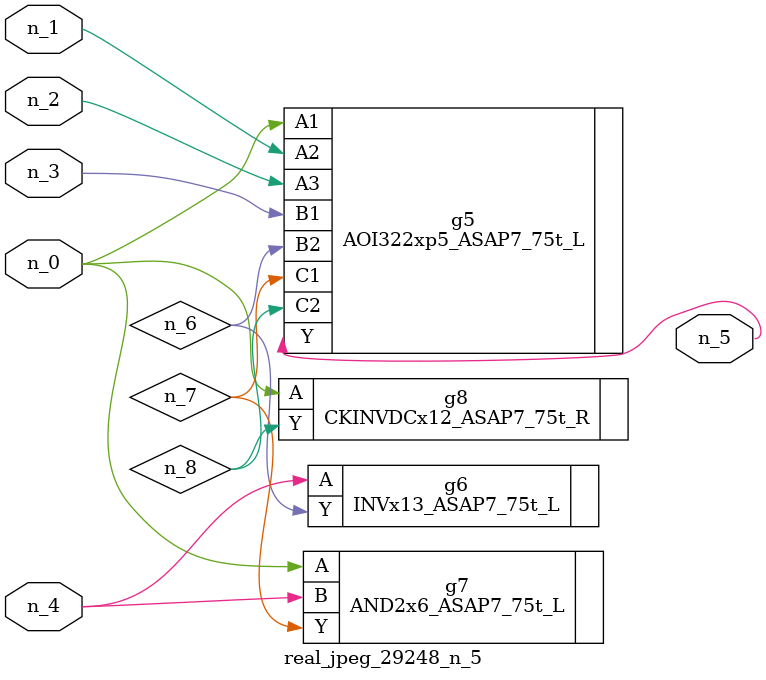
<source format=v>
module real_jpeg_29248_n_5 (n_4, n_0, n_1, n_2, n_3, n_5);

input n_4;
input n_0;
input n_1;
input n_2;
input n_3;

output n_5;

wire n_8;
wire n_6;
wire n_7;

AOI322xp5_ASAP7_75t_L g5 ( 
.A1(n_0),
.A2(n_1),
.A3(n_2),
.B1(n_3),
.B2(n_6),
.C1(n_7),
.C2(n_8),
.Y(n_5)
);

AND2x6_ASAP7_75t_L g7 ( 
.A(n_0),
.B(n_4),
.Y(n_7)
);

CKINVDCx12_ASAP7_75t_R g8 ( 
.A(n_0),
.Y(n_8)
);

INVx13_ASAP7_75t_L g6 ( 
.A(n_4),
.Y(n_6)
);


endmodule
</source>
